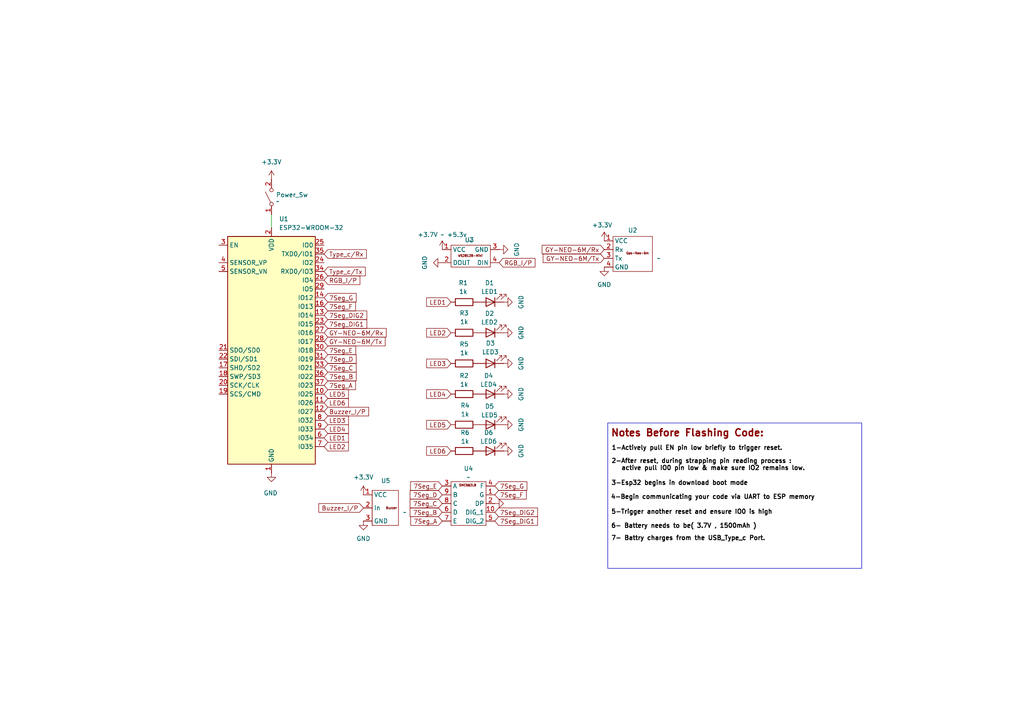
<source format=kicad_sch>
(kicad_sch (version 20231120) (generator "eeschema") (generator_version "8.0")
  (paper "A4")
  (title_block (title "Bike Mini Speed Computer") (date "2024-03-07") (rev "v01") (company "Infinity") (comment 4 "Author :Mamdouh Azmi "))
  (lib_symbols
    (symbol "2Digit-7Seg:SMC562LB"
      (property "Reference" "U" (at 1.778 10.16 0))
      (symbol "SMC562LB_0_1"
        (rectangle (start 1.27 8.89) (end 11.43 -3.81))
      )
      (symbol "SMC562LB_1_1"
        (text "SMC562LB" (at 6.096 7.874 0) (effects (font (size 0.635 0.635))))
        (pin input line (at 13.97 5.08 180) (length 2.54) (name "G") (number "1"))
        (pin input line (at 13.97 0 180) (length 2.54) (name "DIG_1") (number "10"))
        (pin input line (at 13.97 2.54 180) (length 2.54) (name "DP") (number "2"))
        (pin input line (at -1.27 7.62 0) (length 2.54) (name "A") (number "3"))
        (pin input line (at 13.97 7.62 180) (length 2.54) (name "F") (number "4"))
        (pin input line (at 13.97 -2.54 180) (length 2.54) (name "DIG_2") (number "5"))
        (pin input line (at -1.27 0 0) (length 2.54) (name "D") (number "6"))
        (pin input line (at -1.27 -2.54 0) (length 2.54) (name "E") (number "7"))
        (pin input line (at -1.27 2.54 0) (length 2.54) (name "C") (number "8"))
        (pin input line (at -1.27 5.08 0) (length 2.54) (name "B") (number "9"))
      )
    )
    (symbol "Bike Project:NEO-6M-GPS"
      (property "Reference" "U" (at 24.638 28.956 0))
      (symbol "NEO-6M-GPS_0_1"
        (rectangle (start 24.13 27.94) (end 35.56 17.78))
      )
      (symbol "NEO-6M-GPS_1_1"
        (text "Gps-Neo-6m\n" (at 31.242 23.114 0) (effects (font (size 0.635 0.635))))
        (pin power_in line (at 21.59 26.67 0) (length 2.54) (name "VCC") (number "1"))
        (pin input line (at 21.59 24.13 0) (length 2.54) (name "Rx") (number "2"))
        (pin output line (at 21.59 21.59 0) (length 2.54) (name "Tx") (number "3"))
        (pin power_in line (at 21.59 19.05 0) (length 2.54) (name "GND") (number "4"))
      )
    )
    (symbol "Device:LED" (pin_numbers hide) (pin_names (offset 1.016) hide)
      (property "Reference" "D" (at 0 2.54 0))
      (property "Value" "LED" (at 0 -2.54 0))
      (symbol "LED_0_1"
        (polyline (pts (xy -1.27 -1.27) (xy -1.27 1.27)) (stroke (width 0.254)))
        (polyline (pts (xy -1.27 0) (xy 1.27 0)))
        (polyline (pts (xy 1.27 -1.27) (xy 1.27 1.27) (xy -1.27 0) (xy 1.27 -1.27)) (stroke (width 0.254)))
        (polyline (pts (xy -3.048 -0.762) (xy -4.572 -2.286) (xy -3.81 -2.286) (xy -4.572 -2.286) (xy -4.572 -1.524)))
        (polyline (pts (xy -1.778 -0.762) (xy -3.302 -2.286) (xy -2.54 -2.286) (xy -3.302 -2.286) (xy -3.302 -1.524)))
      )
      (symbol "LED_1_1"
        (pin passive line (at -3.81 0 0) (length 2.54) (name "K") (number "1"))
        (pin passive line (at 3.81 0 180) (length 2.54) (name "A") (number "2"))
      )
    )
    (symbol "Device:R" (pin_numbers hide) (pin_names (offset 0))
      (property "Reference" "R" (at 2.032 0 90))
      (property "Value" "R" (at 0 0 90))
      (symbol "R_0_1"
        (rectangle (start -1.016 -2.54) (end 1.016 2.54) (stroke (width 0.254)))
      )
      (symbol "R_1_1"
        (pin passive line (at 0 3.81 270) (length 1.27) (name "~") (number "1"))
        (pin passive line (at 0 -3.81 90) (length 1.27) (name "~") (number "2"))
      )
    )
    (symbol "MLT-5020:MLT-5020"
      (property "Reference" "U" (at 12.954 14.986 0))
      (symbol "MLT-5020_0_1"
        (rectangle (start 12.7 3.81) (end 20.32 13.97))
        (rectangle (start 12.7 13.97) (end 12.7 3.81))
      )
      (symbol "MLT-5020_1_1"
        (text "Buzzer" (at 18.288 8.89 0) (effects (font (size 0.635 0.635))))
        (pin power_in line (at 10.16 12.7 0) (length 2.54) (name "VCC") (number "1"))
        (pin input line (at 10.16 8.89 0) (length 2.54) (name "In") (number "2"))
        (pin power_in line (at 10.16 5.08 0) (length 2.54) (name "GND") (number "3"))
      )
    )
    (symbol "RF_Module:ESP32-WROOM-32"
      (property "Reference" "U" (at -12.7 34.29 0))
      (property "Value" "ESP32-WROOM-32" (at 1.27 34.29 0))
      (symbol "ESP32-WROOM-32_0_1"
        (rectangle (start -12.7 33.02) (end 12.7 -33.02) (stroke (width 0.254)) (fill (type background)))
      )
      (symbol "ESP32-WROOM-32_1_1"
        (pin power_in line (at 0 -35.56 90) (length 2.54) (name "GND") (number "1"))
        (pin bidirectional line (at 15.24 -12.7 180) (length 2.54) (name "IO25") (number "10"))
        (pin bidirectional line (at 15.24 -15.24 180) (length 2.54) (name "IO26") (number "11"))
        (pin bidirectional line (at 15.24 -17.78 180) (length 2.54) (name "IO27") (number "12"))
        (pin bidirectional line (at 15.24 10.16 180) (length 2.54) (name "IO14") (number "13"))
        (pin bidirectional line (at 15.24 15.24 180) (length 2.54) (name "IO12") (number "14"))
        (pin passive line (at 0 -35.56 90) (length 2.54) hide (name "GND") (number "15"))
        (pin bidirectional line (at 15.24 12.7 180) (length 2.54) (name "IO13") (number "16"))
        (pin bidirectional line (at -15.24 -5.08 0) (length 2.54) (name "SHD/SD2") (number "17"))
        (pin bidirectional line (at -15.24 -7.62 0) (length 2.54) (name "SWP/SD3") (number "18"))
        (pin bidirectional line (at -15.24 -12.7 0) (length 2.54) (name "SCS/CMD") (number "19"))
        (pin power_in line (at 0 35.56 270) (length 2.54) (name "VDD") (number "2"))
        (pin bidirectional line (at -15.24 -10.16 0) (length 2.54) (name "SCK/CLK") (number "20"))
        (pin bidirectional line (at -15.24 0 0) (length 2.54) (name "SDO/SD0") (number "21"))
        (pin bidirectional line (at -15.24 -2.54 0) (length 2.54) (name "SDI/SD1") (number "22"))
        (pin bidirectional line (at 15.24 7.62 180) (length 2.54) (name "IO15") (number "23"))
        (pin bidirectional line (at 15.24 25.4 180) (length 2.54) (name "IO2") (number "24"))
        (pin bidirectional line (at 15.24 30.48 180) (length 2.54) (name "IO0") (number "25"))
        (pin bidirectional line (at 15.24 20.32 180) (length 2.54) (name "IO4") (number "26"))
        (pin bidirectional line (at 15.24 5.08 180) (length 2.54) (name "IO16") (number "27"))
        (pin bidirectional line (at 15.24 2.54 180) (length 2.54) (name "IO17") (number "28"))
        (pin bidirectional line (at 15.24 17.78 180) (length 2.54) (name "IO5") (number "29"))
        (pin input line (at -15.24 30.48 0) (length 2.54) (name "EN") (number "3"))
        (pin bidirectional line (at 15.24 0 180) (length 2.54) (name "IO18") (number "30"))
        (pin bidirectional line (at 15.24 -2.54 180) (length 2.54) (name "IO19") (number "31"))
        (pin no_connect line (at -12.7 -27.94 0) (length 2.54) hide (name "NC") (number "32"))
        (pin bidirectional line (at 15.24 -5.08 180) (length 2.54) (name "IO21") (number "33"))
        (pin bidirectional line (at 15.24 22.86 180) (length 2.54) (name "RXD0/IO3") (number "34"))
        (pin bidirectional line (at 15.24 27.94 180) (length 2.54) (name "TXD0/IO1") (number "35"))
        (pin bidirectional line (at 15.24 -7.62 180) (length 2.54) (name "IO22") (number "36"))
        (pin bidirectional line (at 15.24 -10.16 180) (length 2.54) (name "IO23") (number "37"))
        (pin passive line (at 0 -35.56 90) (length 2.54) hide (name "GND") (number "38"))
        (pin passive line (at 0 -35.56 90) (length 2.54) hide (name "GND") (number "39"))
        (pin input line (at -15.24 25.4 0) (length 2.54) (name "SENSOR_VP") (number "4"))
        (pin input line (at -15.24 22.86 0) (length 2.54) (name "SENSOR_VN") (number "5"))
        (pin input line (at 15.24 -25.4 180) (length 2.54) (name "IO34") (number "6"))
        (pin input line (at 15.24 -27.94 180) (length 2.54) (name "IO35") (number "7"))
        (pin bidirectional line (at 15.24 -20.32 180) (length 2.54) (name "IO32") (number "8"))
        (pin bidirectional line (at 15.24 -22.86 180) (length 2.54) (name "IO33") (number "9"))
      )
    )
    (symbol "RGB-LED:_WS2812B-MINI"
      (property "Reference" "U" (at 13.208 17.78 0))
      (symbol "_WS2812B-MINI_0_1"
        (rectangle (start 12.7 16.51) (end 24.13 10.16))
      )
      (symbol "_WS2812B-MINI_1_1"
        (text "WS2812B-Mini" (at 18.288 13.462 0) (effects (font (size 0.635 0.635))))
        (pin power_in line (at 10.16 15.24 0) (length 2.54) (name "VCC") (number "1"))
        (pin input line (at 10.16 11.43 0) (length 2.54) (name "DOUT") (number "2"))
        (pin power_in line (at 26.67 15.24 180) (length 2.54) (name "GND") (number "3"))
        (pin input line (at 26.67 11.43 180) (length 2.54) (name "DIN") (number "4"))
      )
    )
    (symbol "Switch:SW_SPST" (pin_names (offset 0) hide)
      (property "Reference" "SW" (at 0 3.175 0))
      (property "Value" "SW_SPST" (at 0 -2.54 0))
      (symbol "SW_SPST_0_0"
        (circle (center -2.032 0) (radius 0.508))
        (polyline (pts (xy -1.524 0.254) (xy 1.524 1.778)))
        (circle (center 2.032 0) (radius 0.508))
      )
      (symbol "SW_SPST_1_1"
        (pin passive line (at -5.08 0 0) (length 2.54) (name "A") (number "1"))
        (pin passive line (at 5.08 0 180) (length 2.54) (name "B") (number "2"))
      )
    )
    (symbol "power:+3.3V" (power) (pin_numbers hide) (pin_names (offset 0) hide)
      (property "Value" "+3.3V" (at 0 3.556 0))
      (symbol "+3.3V_0_1"
        (polyline (pts (xy -0.762 1.27) (xy 0 2.54)))
        (polyline (pts (xy 0 0) (xy 0 2.54)))
        (polyline (pts (xy 0 2.54) (xy 0.762 1.27)))
      )
      (symbol "+3.3V_1_1"
        (pin power_in line (at 0 0 90) (length 0) (name "~") (number "1"))
      )
    )
    (symbol "power:GND" (power) (pin_numbers hide) (pin_names (offset 0) hide)
      (property "Value" "GND" (at 0 -3.81 0))
      (symbol "GND_0_1"
        (polyline (pts (xy 0 0) (xy 0 -1.27) (xy 1.27 -1.27) (xy 0 -2.54) (xy -1.27 -1.27) (xy 0 -1.27)))
      )
      (symbol "GND_1_1"
        (pin power_in line (at 0 0 270) (length 0) (name "~") (number "1"))
      )
    )
  )
  (wire (pts (xy 78.74 62.23) (xy 78.74 66.04)))
  (rectangle (start 176.276 122.682) (end 249.936 164.846))
  (text "Notes Before Flashing Code:" (at 199.39 125.73 0) (effects (font (size 2.032 2.032) (thickness 0.4064) (bold yes))))
  (text "2-After reset, during strapping pin reading process : \n      active pull IO0 pin low & make sure IO2 remains low.\n" (at 203.962 134.874 0) (effects (font (size 1.27 1.27) (bold yes))))
  (text "6- Battery needs to be( 3.7V , 1500mAh )\n" (at 198.374 152.654 0) (effects (font (size 1.27 1.27) (bold yes))))
  (text "7- Battry charges from the USB_Type_c Port." (at 199.644 156.21 0) (effects (font (size 1.27 1.27) (bold yes))))
  (text "1-Actively pull EN pin low briefly to trigger reset.\n" (at 202.184 130.048 0) (effects (font (size 1.27 1.27) (bold yes))))
  (text "5-Trigger another reset and ensure IO0 is high" (at 200.66 148.59 0) (effects (font (size 1.27 1.27) (bold yes))))
  (text "4-Begin communicating your code via UART to ESP memory\n" (at 206.756 144.272 0) (effects (font (size 1.27 1.27) (bold yes))))
  (text "3-Esp32 begins in download boot mode \n" (at 197.612 140.208 0) (effects (font (size 1.27 1.27) (bold yes))))
  (global_label "7Seg_F" (shape input) (at 93.98 88.9 0) (property "Intersheetrefs" "${INTERSHEET_REFS}" (effects (hide yes))))
  (global_label "Buzzer_I{slash}P" (shape input) (at 105.41 147.32 180) (property "Intersheetrefs" "${INTERSHEET_REFS}" (effects (hide yes))))
  (global_label "GY-NEO-6M{slash}Rx" (shape input) (at 175.26 72.39 180) (property "Intersheetrefs" "${INTERSHEET_REFS}" (effects (hide yes))))
  (global_label "7Seg_DIG2" (shape input) (at 93.98 91.44 0) (property "Intersheetrefs" "${INTERSHEET_REFS}" (effects (hide yes))))
  (global_label "7Seg_D" (shape input) (at 128.27 143.51 180) (property "Intersheetrefs" "${INTERSHEET_REFS}" (effects (hide yes))))
  (global_label "7Seg_C" (shape input) (at 93.98 106.68 0) (property "Intersheetrefs" "${INTERSHEET_REFS}" (effects (hide yes))))
  (global_label "7Seg_DIG1" (shape input) (at 143.51 151.13 0) (property "Intersheetrefs" "${INTERSHEET_REFS}" (effects (hide yes))))
  (global_label "7Seg_D" (shape input) (at 93.98 104.14 0) (property "Intersheetrefs" "${INTERSHEET_REFS}" (effects (hide yes))))
  (global_label "LED1" (shape input) (at 130.81 87.63 180) (property "Intersheetrefs" "${INTERSHEET_REFS}" (effects (hide yes))))
  (global_label "GY-NEO-6M{slash}Tx" (shape input) (at 175.26 74.93 180) (property "Intersheetrefs" "${INTERSHEET_REFS}" (effects (hide yes))))
  (global_label "LED3" (shape input) (at 130.81 105.41 180) (property "Intersheetrefs" "${INTERSHEET_REFS}" (effects (hide yes))))
  (global_label "LED1" (shape input) (at 93.98 127 0) (property "Intersheetrefs" "${INTERSHEET_REFS}" (effects (hide yes))))
  (global_label "Buzzer_I{slash}P" (shape input) (at 93.98 119.38 0) (property "Intersheetrefs" "${INTERSHEET_REFS}" (effects (hide yes))))
  (global_label "7Seg_F" (shape input) (at 143.51 143.51 0) (property "Intersheetrefs" "${INTERSHEET_REFS}" (effects (hide yes))))
  (global_label "LED6" (shape input) (at 93.98 116.84 0) (property "Intersheetrefs" "${INTERSHEET_REFS}" (effects (hide yes))))
  (global_label "7Seg_B" (shape input) (at 93.98 109.22 0) (property "Intersheetrefs" "${INTERSHEET_REFS}" (effects (hide yes))))
  (global_label "GY-NEO-6M{slash}Tx" (shape input) (at 93.98 99.06 0) (property "Intersheetrefs" "${INTERSHEET_REFS}" (effects (hide yes))))
  (global_label "LED5" (shape input) (at 93.98 114.3 0) (property "Intersheetrefs" "${INTERSHEET_REFS}" (effects (hide yes))))
  (global_label "Type_c{slash}Tx" (shape input) (at 93.98 78.74 0) (property "Intersheetrefs" "${INTERSHEET_REFS}" (effects (hide yes))))
  (global_label "7Seg_DIG1" (shape input) (at 93.98 93.98 0) (property "Intersheetrefs" "${INTERSHEET_REFS}" (effects (hide yes))))
  (global_label "7Seg_A" (shape input) (at 128.27 151.13 180) (property "Intersheetrefs" "${INTERSHEET_REFS}" (effects (hide yes))))
  (global_label "7Seg_B" (shape input) (at 128.27 148.59 180) (property "Intersheetrefs" "${INTERSHEET_REFS}" (effects (hide yes))))
  (global_label "LED2" (shape input) (at 130.81 96.52 180) (property "Intersheetrefs" "${INTERSHEET_REFS}" (effects (hide yes))))
  (global_label "RGB_I{slash}P" (shape input) (at 93.98 81.28 0) (property "Intersheetrefs" "${INTERSHEET_REFS}" (effects (hide yes))))
  (global_label "7Seg_C" (shape input) (at 128.27 146.05 180) (property "Intersheetrefs" "${INTERSHEET_REFS}" (effects (hide yes))))
  (global_label "7Seg_G" (shape input) (at 93.98 86.36 0) (property "Intersheetrefs" "${INTERSHEET_REFS}" (effects (hide yes))))
  (global_label "RGB_I{slash}P" (shape input) (at 144.78 76.2 0) (property "Intersheetrefs" "${INTERSHEET_REFS}" (effects (hide yes))))
  (global_label "7Seg_G" (shape input) (at 143.51 140.97 0) (property "Intersheetrefs" "${INTERSHEET_REFS}" (effects (hide yes))))
  (global_label "7Seg_A" (shape input) (at 93.98 111.76 0) (property "Intersheetrefs" "${INTERSHEET_REFS}" (effects (hide yes))))
  (global_label "LED4" (shape input) (at 130.81 114.3 180) (property "Intersheetrefs" "${INTERSHEET_REFS}" (effects (hide yes))))
  (global_label "LED4" (shape input) (at 93.98 124.46 0) (property "Intersheetrefs" "${INTERSHEET_REFS}" (effects (hide yes))))
  (global_label "7Seg_DIG2" (shape input) (at 143.51 148.59 0) (property "Intersheetrefs" "${INTERSHEET_REFS}" (effects (hide yes))))
  (global_label "7Seg_E" (shape input) (at 128.27 140.97 180) (property "Intersheetrefs" "${INTERSHEET_REFS}" (effects (hide yes))))
  (global_label "LED3" (shape input) (at 93.98 121.92 0) (property "Intersheetrefs" "${INTERSHEET_REFS}" (effects (hide yes))))
  (global_label "LED6" (shape input) (at 130.81 130.81 180) (property "Intersheetrefs" "${INTERSHEET_REFS}" (effects (hide yes))))
  (global_label "7Seg_E" (shape input) (at 93.98 101.6 0) (property "Intersheetrefs" "${INTERSHEET_REFS}" (effects (hide yes))))
  (global_label "GY-NEO-6M{slash}Rx" (shape input) (at 93.98 96.52 0) (property "Intersheetrefs" "${INTERSHEET_REFS}" (effects (hide yes))))
  (global_label "LED2" (shape input) (at 93.98 129.54 0) (property "Intersheetrefs" "${INTERSHEET_REFS}" (effects (hide yes))))
  (global_label "LED5" (shape input) (at 130.81 123.19 180) (property "Intersheetrefs" "${INTERSHEET_REFS}" (effects (hide yes))))
  (global_label "Type_c{slash}Rx" (shape input) (at 93.98 73.66 0) (property "Intersheetrefs" "${INTERSHEET_REFS}" (effects (hide yes))))
  (symbol (lib_id "power:GND") (at 146.05 114.3 90) (unit 1)
    (property "Reference" "#PWR09" (effects (hide yes)))
    (property "Value" "GND" (at 151.13 114.3 0))
    (property "Description" "Power symbol creates a global label with name \"GND\" , ground" (effects (hide yes)))
  )
  (symbol (lib_id "power:+3.3V") (at 175.26 69.85 0) (unit 1)
    (property "Reference" "#PWR01" (effects (hide yes)))
    (property "Value" "+3.3V " (at 171.704 65.278 0) (effects (justify left)))
    (property "Description" "Power symbol creates a global label with name \"+3.3V\"" (effects (hide yes)))
  )
  (symbol (lib_id "Device:R") (at 134.62 130.81 270) (unit 1)
    (property "Reference" "R6" (at 134.874 125.476 90))
    (property "Value" "1k" (at 134.874 128.016 90))
    (property "Description" "Resistor" (effects (hide yes)))
  )
  (symbol (lib_id "Device:R") (at 134.62 87.63 270) (unit 1)
    (property "Reference" "R1" (at 134.366 82.042 90))
    (property "Value" "1k" (at 134.366 84.582 90))
    (property "Description" "Resistor" (effects (hide yes)))
  )
  (symbol (lib_id "power:GND") (at 175.26 77.47 0) (unit 1)
    (property "Reference" "#PWR04" (effects (hide yes)))
    (property "Value" "GND" (at 175.26 82.55 0))
    (property "Description" "Power symbol creates a global label with name \"GND\" , ground" (effects (hide yes)))
  )
  (symbol (lib_id "power:GND") (at 146.05 130.81 90) (unit 1)
    (property "Reference" "#PWR012" (effects (hide yes)))
    (property "Value" "GND" (at 151.13 130.81 0))
    (property "Description" "Power symbol creates a global label with name \"GND\" , ground" (effects (hide yes)))
  )
  (symbol (lib_id "power:GND") (at 143.51 146.05 90) (unit 1)
    (property "Reference" "#PWR022" (effects (hide yes)))
    (property "Value" "GND" (effects (hide yes)))
    (property "Description" "Power symbol creates a global label with name \"GND\" , ground" (effects (hide yes)))
  )
  (symbol (lib_id "power:GND") (at 128.27 76.2 270) (unit 1)
    (property "Reference" "#PWR02" (effects (hide yes)))
    (property "Value" "GND" (at 123.19 76.2 0))
    (property "Description" "Power symbol creates a global label with name \"GND\" , ground" (effects (hide yes)))
  )
  (symbol (lib_id "power:GND") (at 78.74 137.16 0) (unit 1)
    (property "Reference" "#PWR03" (effects (hide yes)))
    (property "Value" "GND" (at 78.486 143.002 0))
    (property "Description" "Power symbol creates a global label with name \"GND\" , ground" (effects (hide yes)))
  )
  (symbol (lib_id "MLT-5020:MLT-5020") (at 95.25 156.21 0) (unit 1)
    (property "Reference" "U5" (at 110.49 139.446 0) (effects (justify left)))
    (property "Value" "~" (at 116.84 148.59 0) (effects (justify left)))
  )
  (symbol (lib_id "Device:LED") (at 142.24 130.81 180) (unit 1)
    (property "Reference" "D6" (at 141.732 125.476 0))
    (property "Value" "LED6" (at 141.732 128.016 0))
    (property "Description" "Light emitting diode" (effects (hide yes)))
  )
  (symbol (lib_id "Device:LED") (at 142.24 123.19 180) (unit 1)
    (property "Reference" "D5" (at 141.986 117.856 0))
    (property "Value" "LED5" (at 141.986 120.396 0))
    (property "Description" "Light emitting diode" (effects (hide yes)))
  )
  (symbol (lib_id "Device:LED") (at 142.24 114.3 180) (unit 1)
    (property "Reference" "D4" (at 141.732 108.966 0))
    (property "Value" "LED4" (at 141.732 111.506 0))
    (property "Description" "Light emitting diode" (effects (hide yes)))
  )
  (symbol (lib_id "2Digit-7Seg:SMC562LB") (at 129.54 148.59 0) (unit 1)
    (property "Reference" "U4" (at 135.89 135.89 0))
    (property "Value" "~" (at 135.89 138.43 0))
  )
  (symbol (lib_id "Switch:SW_SPST") (at 78.74 57.15 90) (unit 1)
    (property "Reference" "Power_Sw" (at 80.01 56.5149 90) (effects (justify right)))
    (property "Value" "~" (at 80.01 58.42 90) (effects (justify right)))
    (property "Description" "Single Pole Single Throw (SPST) switch" (effects (hide yes)))
  )
  (symbol (lib_id "power:GND") (at 146.05 105.41 90) (unit 1)
    (property "Reference" "#PWR010" (effects (hide yes)))
    (property "Value" "GND" (at 151.13 105.41 0))
    (property "Description" "Power symbol creates a global label with name \"GND\" , ground" (effects (hide yes)))
  )
  (symbol (lib_id "power:GND") (at 146.05 96.52 90) (unit 1)
    (property "Reference" "#PWR08" (effects (hide yes)))
    (property "Value" "GND" (at 151.13 96.52 0))
    (property "Description" "Power symbol creates a global label with name \"GND\" , ground" (effects (hide yes)))
  )
  (symbol (lib_id "power:+3.3V") (at 128.27 72.39 0) (unit 1)
    (property "Reference" "#PWR014" (effects (hide yes)))
    (property "Value" "+3.7V ~ +5.3v" (at 128.27 68.072 0))
    (property "Description" "Power symbol creates a global label with name \"+3.3V\"" (effects (hide yes)))
  )
  (symbol (lib_id "power:+3.3V") (at 105.41 143.51 0) (unit 1)
    (property "Reference" "#PWR013" (effects (hide yes)))
    (property "Value" "+3.3V" (at 105.41 138.43 0))
    (property "Description" "Power symbol creates a global label with name \"+3.3V\"" (effects (hide yes)))
  )
  (symbol (lib_id "RGB-LED:_WS2812B-MINI") (at 118.11 87.63 0) (unit 1)
    (property "Reference" "U3" (at 136.144 69.596 0))
    (property "Value" "~" (at 136.525 69.85 0))
  )
  (symbol (lib_id "power:+3.3V") (at 78.74 52.07 0) (unit 1)
    (property "Reference" "#PWR021" (effects (hide yes)))
    (property "Value" "+3.3V" (at 78.74 46.99 0))
    (property "Description" "Power symbol creates a global label with name \"+3.3V\"" (effects (hide yes)))
  )
  (symbol (lib_id "Device:LED") (at 142.24 87.63 180) (unit 1)
    (property "Reference" "D1" (at 141.986 82.042 0))
    (property "Value" "LED1" (at 141.986 84.582 0))
    (property "Description" "Light emitting diode" (effects (hide yes)))
  )
  (symbol (lib_id "RF_Module:ESP32-WROOM-32") (at 78.74 101.6 0) (unit 1)
    (property "Reference" "U1" (at 80.9341 63.5 0) (effects (justify left)))
    (property "Value" "ESP32-WROOM-32" (at 80.9341 66.04 0) (effects (justify left)))
    (property "Footprint" "RF_Module:ESP32-WROOM-32" (effects (hide yes)))
    (property "Datasheet" "https://www.espressif.com/sites/default/files/documentation/esp32-wroom-32_datasheet_en.pdf" (effects (hide yes)))
    (property "Description" "RF Module, ESP32-D0WDQ6 SoC, Wi-Fi 802.11b/g/n, Bluetooth, BLE, 32-bit, 2.7-3.6V, onboard antenna, SMD" (effects (hide yes)))
  )
  (symbol (lib_id "Device:LED") (at 142.24 96.52 180) (unit 1)
    (property "Reference" "D2" (at 141.986 90.932 0))
    (property "Value" "LED2" (at 141.986 93.472 0))
    (property "Description" "Light emitting diode" (effects (hide yes)))
  )
  (symbol (lib_id "Bike Project:NEO-6M-GPS") (at 153.67 96.52 0) (unit 1)
    (property "Reference" "U2" (at 182.118 66.802 0) (effects (justify left)))
    (property "Value" "~" (at 190.5 74.93 0) (effects (justify left)))
  )
  (symbol (lib_id "power:GND") (at 144.78 72.39 90) (unit 1)
    (property "Reference" "#PWR06" (effects (hide yes)))
    (property "Value" "GND" (at 149.86 72.39 0))
    (property "Description" "Power symbol creates a global label with name \"GND\" , ground" (effects (hide yes)))
  )
  (symbol (lib_id "Device:R") (at 134.62 105.41 270) (unit 1)
    (property "Reference" "R5" (at 134.62 99.822 90))
    (property "Value" "1k" (at 134.62 102.362 90))
    (property "Description" "Resistor" (effects (hide yes)))
  )
  (symbol (lib_id "Device:LED") (at 142.24 105.41 180) (unit 1)
    (property "Reference" "D3" (at 142.24 99.568 0))
    (property "Value" "LED3" (at 142.24 102.108 0))
    (property "Description" "Light emitting diode" (effects (hide yes)))
  )
  (symbol (lib_id "power:GND") (at 146.05 123.19 90) (unit 1)
    (property "Reference" "#PWR011" (effects (hide yes)))
    (property "Value" "GND" (at 151.13 123.19 0))
    (property "Description" "Power symbol creates a global label with name \"GND\" , ground" (effects (hide yes)))
  )
  (symbol (lib_id "Device:R") (at 134.62 114.3 270) (unit 1)
    (property "Reference" "R2" (at 134.62 108.966 90))
    (property "Value" "1k" (at 134.62 111.506 90))
    (property "Description" "Resistor" (effects (hide yes)))
  )
  (symbol (lib_id "Device:R") (at 134.62 123.19 270) (unit 1)
    (property "Reference" "R4" (at 134.874 117.602 90))
    (property "Value" "1k" (at 134.874 120.142 90))
    (property "Description" "Resistor" (effects (hide yes)))
  )
  (symbol (lib_id "power:GND") (at 105.41 151.13 0) (unit 1)
    (property "Reference" "#PWR05" (effects (hide yes)))
    (property "Value" "GND" (at 105.41 156.21 0))
    (property "Description" "Power symbol creates a global label with name \"GND\" , ground" (effects (hide yes)))
  )
  (symbol (lib_id "Device:R") (at 134.62 96.52 270) (unit 1)
    (property "Reference" "R3" (at 134.62 90.805 90))
    (property "Value" "1k" (at 134.62 93.345 90))
    (property "Description" "Resistor" (effects (hide yes)))
  )
  (symbol (lib_id "power:GND") (at 146.05 87.63 90) (unit 1)
    (property "Reference" "#PWR07" (effects (hide yes)))
    (property "Value" "GND" (at 151.13 87.63 0))
    (property "Description" "Power symbol creates a global label with name \"GND\" , ground" (effects (hide yes)))
  )
)
</source>
